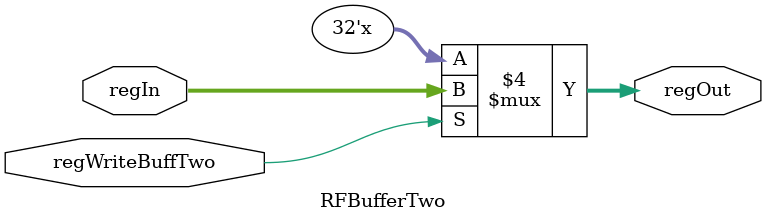
<source format=v>
module RFBufferTwo(																				   
	input wire regWriteBuffTwo,
	input wire [31:0] regIn,
	output reg [31:0] regOut
	);
	always @*
		begin		
			if(regWriteBuffTwo == 1) begin
			regOut = regIn;
			end	   
	end
endmodule
	
</source>
